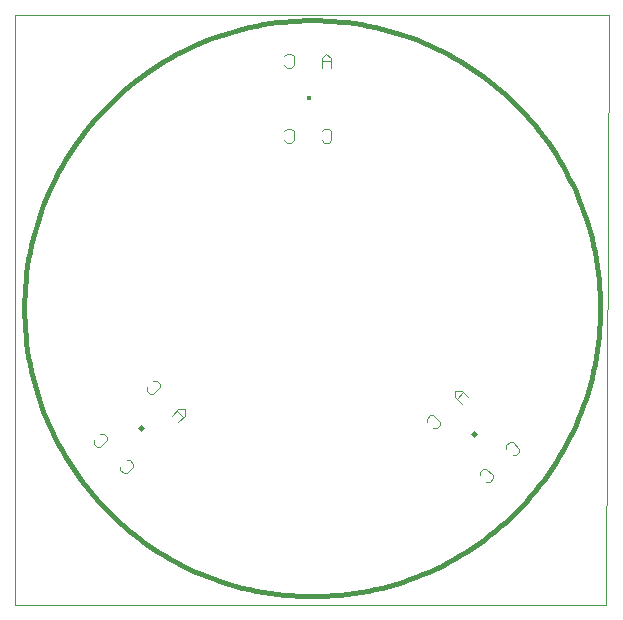
<source format=gbo>
G75*
%MOIN*%
%OFA0B0*%
%FSLAX24Y24*%
%IPPOS*%
%LPD*%
%AMOC8*
5,1,8,0,0,1.08239X$1,22.5*
%
%ADD10C,0.0000*%
%ADD11C,0.0160*%
%ADD12C,0.0040*%
%ADD13R,0.0157X0.0157*%
%ADD14R,0.0157X0.0157*%
D10*
X000112Y000100D02*
X000100Y019777D01*
X019899Y019789D01*
X019797Y000100D01*
X000112Y000100D01*
D11*
X000411Y010000D02*
X000414Y010236D01*
X000423Y010471D01*
X000437Y010706D01*
X000457Y010941D01*
X000483Y011175D01*
X000515Y011409D01*
X000552Y011641D01*
X000595Y011873D01*
X000644Y012104D01*
X000699Y012333D01*
X000759Y012561D01*
X000824Y012787D01*
X000896Y013012D01*
X000972Y013234D01*
X001054Y013455D01*
X001142Y013674D01*
X001235Y013891D01*
X001333Y014105D01*
X001436Y014317D01*
X001545Y014526D01*
X001658Y014732D01*
X001777Y014936D01*
X001901Y015137D01*
X002029Y015334D01*
X002162Y015528D01*
X002300Y015719D01*
X002443Y015907D01*
X002590Y016091D01*
X002742Y016271D01*
X002898Y016448D01*
X003059Y016620D01*
X003223Y016789D01*
X003392Y016953D01*
X003564Y017114D01*
X003741Y017270D01*
X003921Y017422D01*
X004105Y017569D01*
X004293Y017712D01*
X004484Y017850D01*
X004678Y017983D01*
X004875Y018111D01*
X005076Y018235D01*
X005280Y018354D01*
X005486Y018467D01*
X005695Y018576D01*
X005907Y018679D01*
X006121Y018777D01*
X006338Y018870D01*
X006557Y018958D01*
X006778Y019040D01*
X007000Y019116D01*
X007225Y019188D01*
X007451Y019253D01*
X007679Y019313D01*
X007908Y019368D01*
X008139Y019417D01*
X008371Y019460D01*
X008603Y019497D01*
X008837Y019529D01*
X009071Y019555D01*
X009306Y019575D01*
X009541Y019589D01*
X009776Y019598D01*
X010012Y019601D01*
X010248Y019598D01*
X010483Y019589D01*
X010718Y019575D01*
X010953Y019555D01*
X011187Y019529D01*
X011421Y019497D01*
X011653Y019460D01*
X011885Y019417D01*
X012116Y019368D01*
X012345Y019313D01*
X012573Y019253D01*
X012799Y019188D01*
X013024Y019116D01*
X013246Y019040D01*
X013467Y018958D01*
X013686Y018870D01*
X013903Y018777D01*
X014117Y018679D01*
X014329Y018576D01*
X014538Y018467D01*
X014744Y018354D01*
X014948Y018235D01*
X015149Y018111D01*
X015346Y017983D01*
X015540Y017850D01*
X015731Y017712D01*
X015919Y017569D01*
X016103Y017422D01*
X016283Y017270D01*
X016460Y017114D01*
X016632Y016953D01*
X016801Y016789D01*
X016965Y016620D01*
X017126Y016448D01*
X017282Y016271D01*
X017434Y016091D01*
X017581Y015907D01*
X017724Y015719D01*
X017862Y015528D01*
X017995Y015334D01*
X018123Y015137D01*
X018247Y014936D01*
X018366Y014732D01*
X018479Y014526D01*
X018588Y014317D01*
X018691Y014105D01*
X018789Y013891D01*
X018882Y013674D01*
X018970Y013455D01*
X019052Y013234D01*
X019128Y013012D01*
X019200Y012787D01*
X019265Y012561D01*
X019325Y012333D01*
X019380Y012104D01*
X019429Y011873D01*
X019472Y011641D01*
X019509Y011409D01*
X019541Y011175D01*
X019567Y010941D01*
X019587Y010706D01*
X019601Y010471D01*
X019610Y010236D01*
X019613Y010000D01*
X019610Y009764D01*
X019601Y009529D01*
X019587Y009294D01*
X019567Y009059D01*
X019541Y008825D01*
X019509Y008591D01*
X019472Y008359D01*
X019429Y008127D01*
X019380Y007896D01*
X019325Y007667D01*
X019265Y007439D01*
X019200Y007213D01*
X019128Y006988D01*
X019052Y006766D01*
X018970Y006545D01*
X018882Y006326D01*
X018789Y006109D01*
X018691Y005895D01*
X018588Y005683D01*
X018479Y005474D01*
X018366Y005268D01*
X018247Y005064D01*
X018123Y004863D01*
X017995Y004666D01*
X017862Y004472D01*
X017724Y004281D01*
X017581Y004093D01*
X017434Y003909D01*
X017282Y003729D01*
X017126Y003552D01*
X016965Y003380D01*
X016801Y003211D01*
X016632Y003047D01*
X016460Y002886D01*
X016283Y002730D01*
X016103Y002578D01*
X015919Y002431D01*
X015731Y002288D01*
X015540Y002150D01*
X015346Y002017D01*
X015149Y001889D01*
X014948Y001765D01*
X014744Y001646D01*
X014538Y001533D01*
X014329Y001424D01*
X014117Y001321D01*
X013903Y001223D01*
X013686Y001130D01*
X013467Y001042D01*
X013246Y000960D01*
X013024Y000884D01*
X012799Y000812D01*
X012573Y000747D01*
X012345Y000687D01*
X012116Y000632D01*
X011885Y000583D01*
X011653Y000540D01*
X011421Y000503D01*
X011187Y000471D01*
X010953Y000445D01*
X010718Y000425D01*
X010483Y000411D01*
X010248Y000402D01*
X010012Y000399D01*
X009776Y000402D01*
X009541Y000411D01*
X009306Y000425D01*
X009071Y000445D01*
X008837Y000471D01*
X008603Y000503D01*
X008371Y000540D01*
X008139Y000583D01*
X007908Y000632D01*
X007679Y000687D01*
X007451Y000747D01*
X007225Y000812D01*
X007000Y000884D01*
X006778Y000960D01*
X006557Y001042D01*
X006338Y001130D01*
X006121Y001223D01*
X005907Y001321D01*
X005695Y001424D01*
X005486Y001533D01*
X005280Y001646D01*
X005076Y001765D01*
X004875Y001889D01*
X004678Y002017D01*
X004484Y002150D01*
X004293Y002288D01*
X004105Y002431D01*
X003921Y002578D01*
X003741Y002730D01*
X003564Y002886D01*
X003392Y003047D01*
X003223Y003211D01*
X003059Y003380D01*
X002898Y003552D01*
X002742Y003729D01*
X002590Y003909D01*
X002443Y004093D01*
X002300Y004281D01*
X002162Y004472D01*
X002029Y004666D01*
X001901Y004863D01*
X001777Y005064D01*
X001658Y005268D01*
X001545Y005474D01*
X001436Y005683D01*
X001333Y005895D01*
X001235Y006109D01*
X001142Y006326D01*
X001054Y006545D01*
X000972Y006766D01*
X000896Y006988D01*
X000824Y007213D01*
X000759Y007439D01*
X000699Y007667D01*
X000644Y007896D01*
X000595Y008127D01*
X000552Y008359D01*
X000515Y008591D01*
X000483Y008825D01*
X000457Y009059D01*
X000437Y009294D01*
X000423Y009529D01*
X000414Y009764D01*
X000411Y010000D01*
D12*
X004503Y007360D02*
X004503Y007252D01*
X004611Y007143D01*
X004720Y007143D01*
X004937Y007360D01*
X004937Y007469D01*
X004828Y007577D01*
X004720Y007577D01*
X005549Y006639D02*
X005332Y006422D01*
X005495Y006585D02*
X005712Y006368D01*
X005766Y006422D02*
X005766Y006639D01*
X005549Y006639D01*
X005766Y006422D02*
X005549Y006205D01*
X004053Y004817D02*
X004053Y004709D01*
X003836Y004492D01*
X003727Y004492D01*
X003619Y004600D01*
X003619Y004709D01*
X003836Y004926D02*
X003944Y004926D01*
X004053Y004817D01*
X003169Y005592D02*
X002952Y005375D01*
X002843Y005375D01*
X002735Y005484D01*
X002735Y005592D01*
X002952Y005809D02*
X003060Y005809D01*
X003169Y005701D01*
X003169Y005592D01*
X009162Y015520D02*
X009085Y015597D01*
X009162Y015520D02*
X009315Y015520D01*
X009392Y015597D01*
X009392Y015904D01*
X009315Y015980D01*
X009162Y015980D01*
X009085Y015904D01*
X010335Y015904D02*
X010412Y015980D01*
X010565Y015980D01*
X010642Y015904D01*
X010642Y015597D01*
X010565Y015520D01*
X010412Y015520D01*
X010335Y015597D01*
X010335Y018020D02*
X010335Y018327D01*
X010488Y018480D01*
X010642Y018327D01*
X010642Y018020D01*
X010642Y018250D02*
X010335Y018250D01*
X009392Y018097D02*
X009315Y018020D01*
X009162Y018020D01*
X009085Y018097D01*
X009392Y018097D02*
X009392Y018404D01*
X009315Y018480D01*
X009162Y018480D01*
X009085Y018404D01*
X014773Y007254D02*
X014773Y007037D01*
X014990Y006820D01*
X014827Y006983D02*
X015044Y007200D01*
X014990Y007254D02*
X015207Y007037D01*
X014990Y007254D02*
X014773Y007254D01*
X014052Y006425D02*
X013943Y006425D01*
X013835Y006316D01*
X013835Y006208D01*
X014052Y006425D02*
X014269Y006208D01*
X014269Y006099D01*
X014160Y005991D01*
X014052Y005991D01*
X015602Y004549D02*
X015711Y004657D01*
X015819Y004657D01*
X016036Y004440D01*
X016036Y004332D01*
X015928Y004223D01*
X015819Y004223D01*
X015602Y004440D02*
X015602Y004549D01*
X016486Y005324D02*
X016486Y005432D01*
X016595Y005541D01*
X016703Y005541D01*
X016920Y005324D01*
X016920Y005215D01*
X016812Y005107D01*
X016703Y005107D01*
D13*
G36*
X015302Y005800D02*
X015412Y005910D01*
X015522Y005800D01*
X015412Y005690D01*
X015302Y005800D01*
G37*
G36*
X004312Y006110D02*
X004422Y006000D01*
X004312Y005890D01*
X004202Y006000D01*
X004312Y006110D01*
G37*
D14*
X009912Y017000D03*
M02*

</source>
